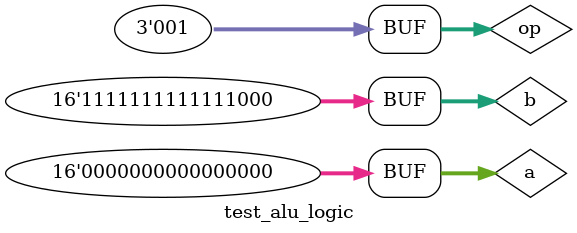
<source format=v>
module test_alu_logic; 
    // inputs 
    reg [15:0] a, b;
    reg [2:0] op;
    // outputs
    wire [15:0] result;
    wire overflow, zero, c_out;

    alu_16_bit my_alu(result, overflow, zero, c_out, a, b, op);

    initial 
        begin 
            a = 0; b = 0; op = 0;
            #10 a = 0; b = 0; op = 1;

            #10 a = 5; b = 5; op = 0;
            #10 a = 5; b = 5; op = 1;

            #10 a = 5; b = 2; op = 0;
            #10 a = 5; b = 2; op = 1;

            #10 a = -3; b = -1; op = 0;
            #10 a = -3; b = -1; op = 1;

            #10 a = 1; b = 7; op = 0;
            #10 a = 1; b = 7; op = 1;

            #10 a = -4; b = -7; op = 0;
            #10 a = -4; b = -7; op = 1;

            #10 a = -5; b = 6; op = 0;
            #10 a = -5; b = 6; op = 1;

            #10 a = 0; b = -8; op = 0;
            #10 a = 0; b = -8; op = 1;
        end

    initial 
        $monitor("%d %b %b %b %b %b %b %b", $time, a, b, op, result, overflow, zero, c_out);

endmodule

</source>
